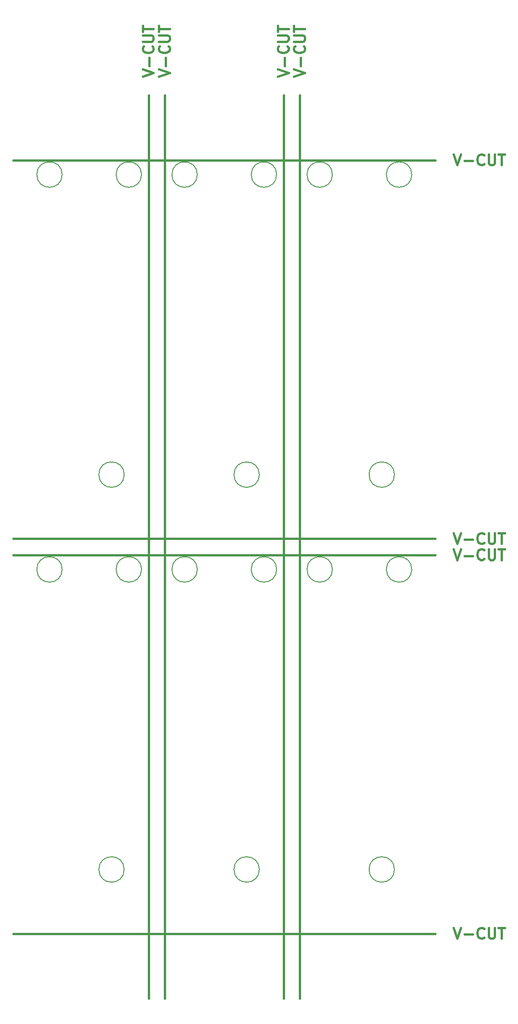
<source format=gbr>
%TF.GenerationSoftware,KiCad,Pcbnew,7.0.8-7.0.8~ubuntu22.04.1*%
%TF.CreationDate,2023-12-07T10:59:45+01:00*%
%TF.ProjectId,mothbeam_panel,6d6f7468-6265-4616-9d5f-70616e656c2e,rev?*%
%TF.SameCoordinates,Original*%
%TF.FileFunction,Other,Comment*%
%FSLAX46Y46*%
G04 Gerber Fmt 4.6, Leading zero omitted, Abs format (unit mm)*
G04 Created by KiCad (PCBNEW 7.0.8-7.0.8~ubuntu22.04.1) date 2023-12-07 10:59:45*
%MOMM*%
%LPD*%
G01*
G04 APERTURE LIST*
%ADD10C,0.400000*%
%ADD11C,0.150000*%
G04 APERTURE END LIST*
D10*
X109500000Y-102000000D02*
X187500000Y-102000000D01*
X159500000Y-17000000D02*
X159500000Y-184000000D01*
X134500000Y-17000000D02*
X134500000Y-184000000D01*
X109500000Y-172000000D02*
X187500000Y-172000000D01*
X137500000Y-17000000D02*
X137500000Y-184000000D01*
X109500000Y-99000000D02*
X187500000Y-99000000D01*
X109500000Y-29000000D02*
X187500000Y-29000000D01*
X162500000Y-17000000D02*
X162500000Y-184000000D01*
X190953633Y-170904438D02*
X191620299Y-172904438D01*
X191620299Y-172904438D02*
X192286966Y-170904438D01*
X192953633Y-172142533D02*
X194477443Y-172142533D01*
X196572680Y-172713961D02*
X196477442Y-172809200D01*
X196477442Y-172809200D02*
X196191728Y-172904438D01*
X196191728Y-172904438D02*
X196001252Y-172904438D01*
X196001252Y-172904438D02*
X195715537Y-172809200D01*
X195715537Y-172809200D02*
X195525061Y-172618723D01*
X195525061Y-172618723D02*
X195429823Y-172428247D01*
X195429823Y-172428247D02*
X195334585Y-172047295D01*
X195334585Y-172047295D02*
X195334585Y-171761580D01*
X195334585Y-171761580D02*
X195429823Y-171380628D01*
X195429823Y-171380628D02*
X195525061Y-171190152D01*
X195525061Y-171190152D02*
X195715537Y-170999676D01*
X195715537Y-170999676D02*
X196001252Y-170904438D01*
X196001252Y-170904438D02*
X196191728Y-170904438D01*
X196191728Y-170904438D02*
X196477442Y-170999676D01*
X196477442Y-170999676D02*
X196572680Y-171094914D01*
X197429823Y-170904438D02*
X197429823Y-172523485D01*
X197429823Y-172523485D02*
X197525061Y-172713961D01*
X197525061Y-172713961D02*
X197620299Y-172809200D01*
X197620299Y-172809200D02*
X197810775Y-172904438D01*
X197810775Y-172904438D02*
X198191728Y-172904438D01*
X198191728Y-172904438D02*
X198382204Y-172809200D01*
X198382204Y-172809200D02*
X198477442Y-172713961D01*
X198477442Y-172713961D02*
X198572680Y-172523485D01*
X198572680Y-172523485D02*
X198572680Y-170904438D01*
X199239347Y-170904438D02*
X200382204Y-170904438D01*
X199810775Y-172904438D02*
X199810775Y-170904438D01*
X161404438Y-13546366D02*
X163404438Y-12879700D01*
X163404438Y-12879700D02*
X161404438Y-12213033D01*
X162642533Y-11546366D02*
X162642533Y-10022557D01*
X163213961Y-7927319D02*
X163309200Y-8022557D01*
X163309200Y-8022557D02*
X163404438Y-8308271D01*
X163404438Y-8308271D02*
X163404438Y-8498747D01*
X163404438Y-8498747D02*
X163309200Y-8784462D01*
X163309200Y-8784462D02*
X163118723Y-8974938D01*
X163118723Y-8974938D02*
X162928247Y-9070176D01*
X162928247Y-9070176D02*
X162547295Y-9165414D01*
X162547295Y-9165414D02*
X162261580Y-9165414D01*
X162261580Y-9165414D02*
X161880628Y-9070176D01*
X161880628Y-9070176D02*
X161690152Y-8974938D01*
X161690152Y-8974938D02*
X161499676Y-8784462D01*
X161499676Y-8784462D02*
X161404438Y-8498747D01*
X161404438Y-8498747D02*
X161404438Y-8308271D01*
X161404438Y-8308271D02*
X161499676Y-8022557D01*
X161499676Y-8022557D02*
X161594914Y-7927319D01*
X161404438Y-7070176D02*
X163023485Y-7070176D01*
X163023485Y-7070176D02*
X163213961Y-6974938D01*
X163213961Y-6974938D02*
X163309200Y-6879700D01*
X163309200Y-6879700D02*
X163404438Y-6689224D01*
X163404438Y-6689224D02*
X163404438Y-6308271D01*
X163404438Y-6308271D02*
X163309200Y-6117795D01*
X163309200Y-6117795D02*
X163213961Y-6022557D01*
X163213961Y-6022557D02*
X163023485Y-5927319D01*
X163023485Y-5927319D02*
X161404438Y-5927319D01*
X161404438Y-5260652D02*
X161404438Y-4117795D01*
X163404438Y-4689224D02*
X161404438Y-4689224D01*
X190953633Y-100904438D02*
X191620299Y-102904438D01*
X191620299Y-102904438D02*
X192286966Y-100904438D01*
X192953633Y-102142533D02*
X194477443Y-102142533D01*
X196572680Y-102713961D02*
X196477442Y-102809200D01*
X196477442Y-102809200D02*
X196191728Y-102904438D01*
X196191728Y-102904438D02*
X196001252Y-102904438D01*
X196001252Y-102904438D02*
X195715537Y-102809200D01*
X195715537Y-102809200D02*
X195525061Y-102618723D01*
X195525061Y-102618723D02*
X195429823Y-102428247D01*
X195429823Y-102428247D02*
X195334585Y-102047295D01*
X195334585Y-102047295D02*
X195334585Y-101761580D01*
X195334585Y-101761580D02*
X195429823Y-101380628D01*
X195429823Y-101380628D02*
X195525061Y-101190152D01*
X195525061Y-101190152D02*
X195715537Y-100999676D01*
X195715537Y-100999676D02*
X196001252Y-100904438D01*
X196001252Y-100904438D02*
X196191728Y-100904438D01*
X196191728Y-100904438D02*
X196477442Y-100999676D01*
X196477442Y-100999676D02*
X196572680Y-101094914D01*
X197429823Y-100904438D02*
X197429823Y-102523485D01*
X197429823Y-102523485D02*
X197525061Y-102713961D01*
X197525061Y-102713961D02*
X197620299Y-102809200D01*
X197620299Y-102809200D02*
X197810775Y-102904438D01*
X197810775Y-102904438D02*
X198191728Y-102904438D01*
X198191728Y-102904438D02*
X198382204Y-102809200D01*
X198382204Y-102809200D02*
X198477442Y-102713961D01*
X198477442Y-102713961D02*
X198572680Y-102523485D01*
X198572680Y-102523485D02*
X198572680Y-100904438D01*
X199239347Y-100904438D02*
X200382204Y-100904438D01*
X199810775Y-102904438D02*
X199810775Y-100904438D01*
X133404438Y-13546366D02*
X135404438Y-12879700D01*
X135404438Y-12879700D02*
X133404438Y-12213033D01*
X134642533Y-11546366D02*
X134642533Y-10022557D01*
X135213961Y-7927319D02*
X135309200Y-8022557D01*
X135309200Y-8022557D02*
X135404438Y-8308271D01*
X135404438Y-8308271D02*
X135404438Y-8498747D01*
X135404438Y-8498747D02*
X135309200Y-8784462D01*
X135309200Y-8784462D02*
X135118723Y-8974938D01*
X135118723Y-8974938D02*
X134928247Y-9070176D01*
X134928247Y-9070176D02*
X134547295Y-9165414D01*
X134547295Y-9165414D02*
X134261580Y-9165414D01*
X134261580Y-9165414D02*
X133880628Y-9070176D01*
X133880628Y-9070176D02*
X133690152Y-8974938D01*
X133690152Y-8974938D02*
X133499676Y-8784462D01*
X133499676Y-8784462D02*
X133404438Y-8498747D01*
X133404438Y-8498747D02*
X133404438Y-8308271D01*
X133404438Y-8308271D02*
X133499676Y-8022557D01*
X133499676Y-8022557D02*
X133594914Y-7927319D01*
X133404438Y-7070176D02*
X135023485Y-7070176D01*
X135023485Y-7070176D02*
X135213961Y-6974938D01*
X135213961Y-6974938D02*
X135309200Y-6879700D01*
X135309200Y-6879700D02*
X135404438Y-6689224D01*
X135404438Y-6689224D02*
X135404438Y-6308271D01*
X135404438Y-6308271D02*
X135309200Y-6117795D01*
X135309200Y-6117795D02*
X135213961Y-6022557D01*
X135213961Y-6022557D02*
X135023485Y-5927319D01*
X135023485Y-5927319D02*
X133404438Y-5927319D01*
X133404438Y-5260652D02*
X133404438Y-4117795D01*
X135404438Y-4689224D02*
X133404438Y-4689224D01*
X190953633Y-97904438D02*
X191620299Y-99904438D01*
X191620299Y-99904438D02*
X192286966Y-97904438D01*
X192953633Y-99142533D02*
X194477443Y-99142533D01*
X196572680Y-99713961D02*
X196477442Y-99809200D01*
X196477442Y-99809200D02*
X196191728Y-99904438D01*
X196191728Y-99904438D02*
X196001252Y-99904438D01*
X196001252Y-99904438D02*
X195715537Y-99809200D01*
X195715537Y-99809200D02*
X195525061Y-99618723D01*
X195525061Y-99618723D02*
X195429823Y-99428247D01*
X195429823Y-99428247D02*
X195334585Y-99047295D01*
X195334585Y-99047295D02*
X195334585Y-98761580D01*
X195334585Y-98761580D02*
X195429823Y-98380628D01*
X195429823Y-98380628D02*
X195525061Y-98190152D01*
X195525061Y-98190152D02*
X195715537Y-97999676D01*
X195715537Y-97999676D02*
X196001252Y-97904438D01*
X196001252Y-97904438D02*
X196191728Y-97904438D01*
X196191728Y-97904438D02*
X196477442Y-97999676D01*
X196477442Y-97999676D02*
X196572680Y-98094914D01*
X197429823Y-97904438D02*
X197429823Y-99523485D01*
X197429823Y-99523485D02*
X197525061Y-99713961D01*
X197525061Y-99713961D02*
X197620299Y-99809200D01*
X197620299Y-99809200D02*
X197810775Y-99904438D01*
X197810775Y-99904438D02*
X198191728Y-99904438D01*
X198191728Y-99904438D02*
X198382204Y-99809200D01*
X198382204Y-99809200D02*
X198477442Y-99713961D01*
X198477442Y-99713961D02*
X198572680Y-99523485D01*
X198572680Y-99523485D02*
X198572680Y-97904438D01*
X199239347Y-97904438D02*
X200382204Y-97904438D01*
X199810775Y-99904438D02*
X199810775Y-97904438D01*
X190953633Y-27904438D02*
X191620299Y-29904438D01*
X191620299Y-29904438D02*
X192286966Y-27904438D01*
X192953633Y-29142533D02*
X194477443Y-29142533D01*
X196572680Y-29713961D02*
X196477442Y-29809200D01*
X196477442Y-29809200D02*
X196191728Y-29904438D01*
X196191728Y-29904438D02*
X196001252Y-29904438D01*
X196001252Y-29904438D02*
X195715537Y-29809200D01*
X195715537Y-29809200D02*
X195525061Y-29618723D01*
X195525061Y-29618723D02*
X195429823Y-29428247D01*
X195429823Y-29428247D02*
X195334585Y-29047295D01*
X195334585Y-29047295D02*
X195334585Y-28761580D01*
X195334585Y-28761580D02*
X195429823Y-28380628D01*
X195429823Y-28380628D02*
X195525061Y-28190152D01*
X195525061Y-28190152D02*
X195715537Y-27999676D01*
X195715537Y-27999676D02*
X196001252Y-27904438D01*
X196001252Y-27904438D02*
X196191728Y-27904438D01*
X196191728Y-27904438D02*
X196477442Y-27999676D01*
X196477442Y-27999676D02*
X196572680Y-28094914D01*
X197429823Y-27904438D02*
X197429823Y-29523485D01*
X197429823Y-29523485D02*
X197525061Y-29713961D01*
X197525061Y-29713961D02*
X197620299Y-29809200D01*
X197620299Y-29809200D02*
X197810775Y-29904438D01*
X197810775Y-29904438D02*
X198191728Y-29904438D01*
X198191728Y-29904438D02*
X198382204Y-29809200D01*
X198382204Y-29809200D02*
X198477442Y-29713961D01*
X198477442Y-29713961D02*
X198572680Y-29523485D01*
X198572680Y-29523485D02*
X198572680Y-27904438D01*
X199239347Y-27904438D02*
X200382204Y-27904438D01*
X199810775Y-29904438D02*
X199810775Y-27904438D01*
X136404438Y-13546366D02*
X138404438Y-12879700D01*
X138404438Y-12879700D02*
X136404438Y-12213033D01*
X137642533Y-11546366D02*
X137642533Y-10022557D01*
X138213961Y-7927319D02*
X138309200Y-8022557D01*
X138309200Y-8022557D02*
X138404438Y-8308271D01*
X138404438Y-8308271D02*
X138404438Y-8498747D01*
X138404438Y-8498747D02*
X138309200Y-8784462D01*
X138309200Y-8784462D02*
X138118723Y-8974938D01*
X138118723Y-8974938D02*
X137928247Y-9070176D01*
X137928247Y-9070176D02*
X137547295Y-9165414D01*
X137547295Y-9165414D02*
X137261580Y-9165414D01*
X137261580Y-9165414D02*
X136880628Y-9070176D01*
X136880628Y-9070176D02*
X136690152Y-8974938D01*
X136690152Y-8974938D02*
X136499676Y-8784462D01*
X136499676Y-8784462D02*
X136404438Y-8498747D01*
X136404438Y-8498747D02*
X136404438Y-8308271D01*
X136404438Y-8308271D02*
X136499676Y-8022557D01*
X136499676Y-8022557D02*
X136594914Y-7927319D01*
X136404438Y-7070176D02*
X138023485Y-7070176D01*
X138023485Y-7070176D02*
X138213961Y-6974938D01*
X138213961Y-6974938D02*
X138309200Y-6879700D01*
X138309200Y-6879700D02*
X138404438Y-6689224D01*
X138404438Y-6689224D02*
X138404438Y-6308271D01*
X138404438Y-6308271D02*
X138309200Y-6117795D01*
X138309200Y-6117795D02*
X138213961Y-6022557D01*
X138213961Y-6022557D02*
X138023485Y-5927319D01*
X138023485Y-5927319D02*
X136404438Y-5927319D01*
X136404438Y-5260652D02*
X136404438Y-4117795D01*
X138404438Y-4689224D02*
X136404438Y-4689224D01*
X158404438Y-13546366D02*
X160404438Y-12879700D01*
X160404438Y-12879700D02*
X158404438Y-12213033D01*
X159642533Y-11546366D02*
X159642533Y-10022557D01*
X160213961Y-7927319D02*
X160309200Y-8022557D01*
X160309200Y-8022557D02*
X160404438Y-8308271D01*
X160404438Y-8308271D02*
X160404438Y-8498747D01*
X160404438Y-8498747D02*
X160309200Y-8784462D01*
X160309200Y-8784462D02*
X160118723Y-8974938D01*
X160118723Y-8974938D02*
X159928247Y-9070176D01*
X159928247Y-9070176D02*
X159547295Y-9165414D01*
X159547295Y-9165414D02*
X159261580Y-9165414D01*
X159261580Y-9165414D02*
X158880628Y-9070176D01*
X158880628Y-9070176D02*
X158690152Y-8974938D01*
X158690152Y-8974938D02*
X158499676Y-8784462D01*
X158499676Y-8784462D02*
X158404438Y-8498747D01*
X158404438Y-8498747D02*
X158404438Y-8308271D01*
X158404438Y-8308271D02*
X158499676Y-8022557D01*
X158499676Y-8022557D02*
X158594914Y-7927319D01*
X158404438Y-7070176D02*
X160023485Y-7070176D01*
X160023485Y-7070176D02*
X160213961Y-6974938D01*
X160213961Y-6974938D02*
X160309200Y-6879700D01*
X160309200Y-6879700D02*
X160404438Y-6689224D01*
X160404438Y-6689224D02*
X160404438Y-6308271D01*
X160404438Y-6308271D02*
X160309200Y-6117795D01*
X160309200Y-6117795D02*
X160213961Y-6022557D01*
X160213961Y-6022557D02*
X160023485Y-5927319D01*
X160023485Y-5927319D02*
X158404438Y-5927319D01*
X158404438Y-5260652D02*
X158404438Y-4117795D01*
X160404438Y-4689224D02*
X158404438Y-4689224D01*
D11*
%TO.C,H3*%
X130001400Y-87138000D02*
G75*
G03*
X130001400Y-87138000I-2350000J0D01*
G01*
%TO.C,H2*%
X168520600Y-104664400D02*
G75*
G03*
X168520600Y-104664400I-2350000J0D01*
G01*
X168520600Y-31664400D02*
G75*
G03*
X168520600Y-31664400I-2350000J0D01*
G01*
%TO.C,H3*%
X155001400Y-160138000D02*
G75*
G03*
X155001400Y-160138000I-2350000J0D01*
G01*
%TO.C,H2*%
X143520600Y-31664400D02*
G75*
G03*
X143520600Y-31664400I-2350000J0D01*
G01*
%TO.C,H3*%
X155001400Y-87138000D02*
G75*
G03*
X155001400Y-87138000I-2350000J0D01*
G01*
%TO.C,H1*%
X133201800Y-31664400D02*
G75*
G03*
X133201800Y-31664400I-2350000J0D01*
G01*
%TO.C,H3*%
X180001400Y-87138000D02*
G75*
G03*
X180001400Y-87138000I-2350000J0D01*
G01*
%TO.C,H1*%
X183201800Y-31664400D02*
G75*
G03*
X183201800Y-31664400I-2350000J0D01*
G01*
%TO.C,H2*%
X118520600Y-31664400D02*
G75*
G03*
X118520600Y-31664400I-2350000J0D01*
G01*
%TO.C,H1*%
X158201800Y-104664400D02*
G75*
G03*
X158201800Y-104664400I-2350000J0D01*
G01*
%TO.C,H2*%
X143520600Y-104664400D02*
G75*
G03*
X143520600Y-104664400I-2350000J0D01*
G01*
%TO.C,H1*%
X158201800Y-31664400D02*
G75*
G03*
X158201800Y-31664400I-2350000J0D01*
G01*
X183201800Y-104664400D02*
G75*
G03*
X183201800Y-104664400I-2350000J0D01*
G01*
X133201800Y-104664400D02*
G75*
G03*
X133201800Y-104664400I-2350000J0D01*
G01*
%TO.C,H3*%
X130001400Y-160138000D02*
G75*
G03*
X130001400Y-160138000I-2350000J0D01*
G01*
%TO.C,H2*%
X118520600Y-104664400D02*
G75*
G03*
X118520600Y-104664400I-2350000J0D01*
G01*
%TO.C,H3*%
X180001400Y-160138000D02*
G75*
G03*
X180001400Y-160138000I-2350000J0D01*
G01*
%TD*%
M02*

</source>
